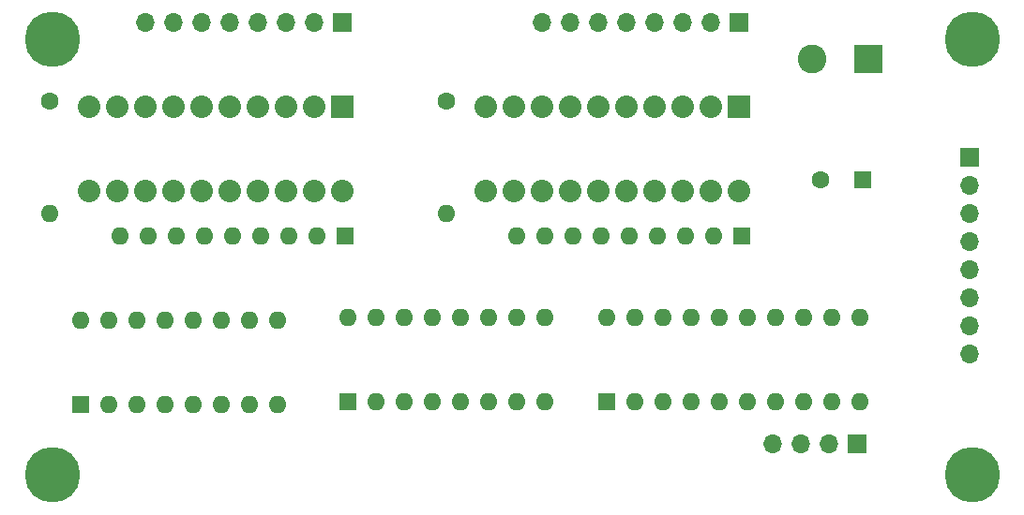
<source format=gbr>
%TF.GenerationSoftware,KiCad,Pcbnew,(5.1.9-0-10_14)*%
%TF.CreationDate,2021-05-30T08:25:23-04:00*%
%TF.ProjectId,MULTIPLEXER,4d554c54-4950-44c4-9558-45522e6b6963,rev?*%
%TF.SameCoordinates,Original*%
%TF.FileFunction,Soldermask,Bot*%
%TF.FilePolarity,Negative*%
%FSLAX46Y46*%
G04 Gerber Fmt 4.6, Leading zero omitted, Abs format (unit mm)*
G04 Created by KiCad (PCBNEW (5.1.9-0-10_14)) date 2021-05-30 08:25:23*
%MOMM*%
%LPD*%
G01*
G04 APERTURE LIST*
%ADD10C,0.800000*%
%ADD11C,5.000000*%
%ADD12O,1.700000X1.700000*%
%ADD13R,1.700000X1.700000*%
%ADD14O,1.600000X1.600000*%
%ADD15R,1.600000X1.600000*%
%ADD16C,1.600000*%
%ADD17C,2.032000*%
%ADD18R,2.032000X2.032000*%
%ADD19C,2.600000*%
%ADD20R,2.600000X2.600000*%
G04 APERTURE END LIST*
D10*
%TO.C,REF\u002A\u002A*%
X191571825Y-114752175D03*
X190246000Y-114203000D03*
X188920175Y-114752175D03*
X188371000Y-116078000D03*
X188920175Y-117403825D03*
X190246000Y-117953000D03*
X191571825Y-117403825D03*
X192121000Y-116078000D03*
D11*
X190246000Y-116078000D03*
%TD*%
%TO.C,REF\u002A\u002A*%
X190246000Y-76708000D03*
D10*
X192121000Y-76708000D03*
X191571825Y-78033825D03*
X190246000Y-78583000D03*
X188920175Y-78033825D03*
X188371000Y-76708000D03*
X188920175Y-75382175D03*
X190246000Y-74833000D03*
X191571825Y-75382175D03*
%TD*%
D11*
%TO.C,REF\u002A\u002A*%
X107188000Y-116078000D03*
D10*
X109063000Y-116078000D03*
X108513825Y-117403825D03*
X107188000Y-117953000D03*
X105862175Y-117403825D03*
X105313000Y-116078000D03*
X105862175Y-114752175D03*
X107188000Y-114203000D03*
X108513825Y-114752175D03*
%TD*%
%TO.C,REF\u002A\u002A*%
X108513825Y-75382175D03*
X107188000Y-74833000D03*
X105862175Y-75382175D03*
X105313000Y-76708000D03*
X105862175Y-78033825D03*
X107188000Y-78583000D03*
X108513825Y-78033825D03*
X109063000Y-76708000D03*
D11*
X107188000Y-76708000D03*
%TD*%
D12*
%TO.C,J3*%
X172212000Y-113284000D03*
X174752000Y-113284000D03*
X177292000Y-113284000D03*
D13*
X179832000Y-113284000D03*
%TD*%
D14*
%TO.C,RN2*%
X149098000Y-94488000D03*
X151638000Y-94488000D03*
X154178000Y-94488000D03*
X156718000Y-94488000D03*
X159258000Y-94488000D03*
X161798000Y-94488000D03*
X164338000Y-94488000D03*
X166878000Y-94488000D03*
D15*
X169418000Y-94488000D03*
%TD*%
D14*
%TO.C,RN1*%
X113284000Y-94488000D03*
X115824000Y-94488000D03*
X118364000Y-94488000D03*
X120904000Y-94488000D03*
X123444000Y-94488000D03*
X125984000Y-94488000D03*
X128524000Y-94488000D03*
X131064000Y-94488000D03*
D15*
X133604000Y-94488000D03*
%TD*%
D14*
%TO.C,R3*%
X142748000Y-92456000D03*
D16*
X142748000Y-82296000D03*
%TD*%
D14*
%TO.C,R1*%
X106934000Y-92456000D03*
D16*
X106934000Y-82296000D03*
%TD*%
D17*
%TO.C,BAR2*%
X169164000Y-90424000D03*
X166624000Y-90424000D03*
X164084000Y-90424000D03*
X161544000Y-90424000D03*
X148844000Y-82804000D03*
X146304000Y-82804000D03*
X146304000Y-90424000D03*
X148844000Y-90424000D03*
X151384000Y-82804000D03*
X153924000Y-82804000D03*
X156464000Y-82804000D03*
X159004000Y-82804000D03*
X159004000Y-90424000D03*
X156464000Y-90424000D03*
X153924000Y-90424000D03*
X151384000Y-90424000D03*
X161544000Y-82804000D03*
X164084000Y-82804000D03*
X166624000Y-82804000D03*
D18*
X169164000Y-82804000D03*
%TD*%
D17*
%TO.C,BAR1*%
X133350000Y-90424000D03*
X130810000Y-90424000D03*
X128270000Y-90424000D03*
X125730000Y-90424000D03*
X113030000Y-82804000D03*
X110490000Y-82804000D03*
X110490000Y-90424000D03*
X113030000Y-90424000D03*
X115570000Y-82804000D03*
X118110000Y-82804000D03*
X120650000Y-82804000D03*
X123190000Y-82804000D03*
X123190000Y-90424000D03*
X120650000Y-90424000D03*
X118110000Y-90424000D03*
X115570000Y-90424000D03*
X125730000Y-82804000D03*
X128270000Y-82804000D03*
X130810000Y-82804000D03*
D18*
X133350000Y-82804000D03*
%TD*%
D14*
%TO.C,U3*%
X157226000Y-101854000D03*
X180086000Y-109474000D03*
X159766000Y-101854000D03*
X177546000Y-109474000D03*
X162306000Y-101854000D03*
X175006000Y-109474000D03*
X164846000Y-101854000D03*
X172466000Y-109474000D03*
X167386000Y-101854000D03*
X169926000Y-109474000D03*
X169926000Y-101854000D03*
X167386000Y-109474000D03*
X172466000Y-101854000D03*
X164846000Y-109474000D03*
X175006000Y-101854000D03*
X162306000Y-109474000D03*
X177546000Y-101854000D03*
X159766000Y-109474000D03*
X180086000Y-101854000D03*
D15*
X157226000Y-109474000D03*
%TD*%
D14*
%TO.C,U2*%
X133858000Y-101854000D03*
X151638000Y-109474000D03*
X136398000Y-101854000D03*
X149098000Y-109474000D03*
X138938000Y-101854000D03*
X146558000Y-109474000D03*
X141478000Y-101854000D03*
X144018000Y-109474000D03*
X144018000Y-101854000D03*
X141478000Y-109474000D03*
X146558000Y-101854000D03*
X138938000Y-109474000D03*
X149098000Y-101854000D03*
X136398000Y-109474000D03*
X151638000Y-101854000D03*
D15*
X133858000Y-109474000D03*
%TD*%
D14*
%TO.C,U1*%
X109728000Y-102108000D03*
X127508000Y-109728000D03*
X112268000Y-102108000D03*
X124968000Y-109728000D03*
X114808000Y-102108000D03*
X122428000Y-109728000D03*
X117348000Y-102108000D03*
X119888000Y-109728000D03*
X119888000Y-102108000D03*
X117348000Y-109728000D03*
X122428000Y-102108000D03*
X114808000Y-109728000D03*
X124968000Y-102108000D03*
X112268000Y-109728000D03*
X127508000Y-102108000D03*
D15*
X109728000Y-109728000D03*
%TD*%
D12*
%TO.C,J6*%
X189992000Y-105156000D03*
X189992000Y-102616000D03*
X189992000Y-100076000D03*
X189992000Y-97536000D03*
X189992000Y-94996000D03*
X189992000Y-92456000D03*
X189992000Y-89916000D03*
D13*
X189992000Y-87376000D03*
%TD*%
D12*
%TO.C,J5*%
X151384000Y-75184000D03*
X153924000Y-75184000D03*
X156464000Y-75184000D03*
X159004000Y-75184000D03*
X161544000Y-75184000D03*
X164084000Y-75184000D03*
X166624000Y-75184000D03*
D13*
X169164000Y-75184000D03*
%TD*%
D12*
%TO.C,J4*%
X115570000Y-75184000D03*
X118110000Y-75184000D03*
X120650000Y-75184000D03*
X123190000Y-75184000D03*
X125730000Y-75184000D03*
X128270000Y-75184000D03*
X130810000Y-75184000D03*
D13*
X133350000Y-75184000D03*
%TD*%
D19*
%TO.C,J1*%
X175848000Y-78486000D03*
D20*
X180848000Y-78486000D03*
%TD*%
D16*
%TO.C,C1*%
X176540000Y-89408000D03*
D15*
X180340000Y-89408000D03*
%TD*%
M02*

</source>
